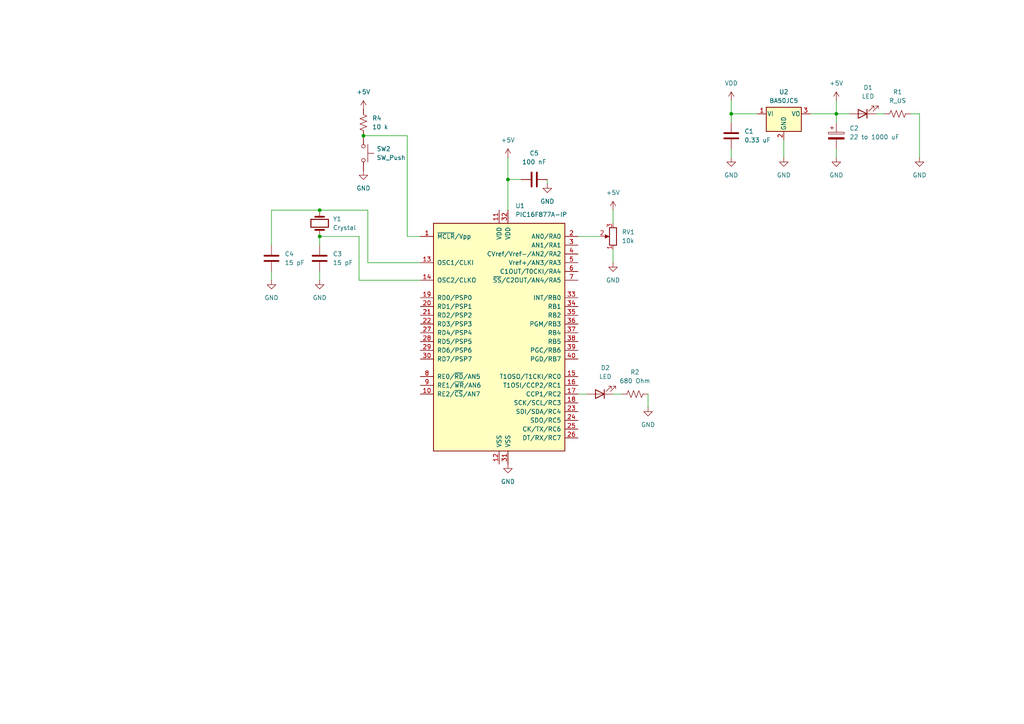
<source format=kicad_sch>
(kicad_sch (version 20250114) (generator "eeschema") (generator_version "9.0")
  (paper "A4")
  (lib_symbols
    (symbol "Device:C" (pin_numbers (hide yes)) (pin_names (offset 0.254))
      (property "Reference" "C" (at 0.635 2.54 0))
      (property "Value" "C" (at 0.635 -2.54 0))
      (symbol "C_0_1"
        (polyline (pts (xy -2.032 0.762) (xy 2.032 0.762)) (stroke (width 0.508)))
        (polyline (pts (xy -2.032 -0.762) (xy 2.032 -0.762)) (stroke (width 0.508)))
      )
      (symbol "C_1_1"
        (pin passive line (at 0 3.81 270) (length 2.794) (name "~") (number "1"))
        (pin passive line (at 0 -3.81 90) (length 2.794) (name "~") (number "2"))
      )
    )
    (symbol "Device:C_Polarized" (pin_numbers (hide yes)) (pin_names (offset 0.254))
      (property "Reference" "C" (at 0.635 2.54 0))
      (property "Value" "C_Polarized" (at 0.635 -2.54 0))
      (symbol "C_Polarized_0_1"
        (rectangle (start -2.286 0.508) (end 2.286 1.016))
        (polyline (pts (xy -1.778 2.286) (xy -0.762 2.286)))
        (polyline (pts (xy -1.27 2.794) (xy -1.27 1.778)))
        (rectangle (start 2.286 -0.508) (end -2.286 -1.016) (fill (type outline)))
      )
      (symbol "C_Polarized_1_1"
        (pin passive line (at 0 3.81 270) (length 2.794) (name "~") (number "1"))
        (pin passive line (at 0 -3.81 90) (length 2.794) (name "~") (number "2"))
      )
    )
    (symbol "Device:Crystal" (pin_numbers (hide yes)) (pin_names (offset 1.016) (hide yes))
      (property "Reference" "Y" (at 0 3.81 0))
      (property "Value" "Crystal" (at 0 -3.81 0))
      (symbol "Crystal_0_1"
        (polyline (pts (xy -2.54 0) (xy -1.905 0)))
        (polyline (pts (xy -1.905 -1.27) (xy -1.905 1.27)) (stroke (width 0.508)))
        (rectangle (start -1.143 2.54) (end 1.143 -2.54) (stroke (width 0.3048)))
        (polyline (pts (xy 1.905 -1.27) (xy 1.905 1.27)) (stroke (width 0.508)))
        (polyline (pts (xy 2.54 0) (xy 1.905 0)))
      )
      (symbol "Crystal_1_1"
        (pin passive line (at -3.81 0 0) (length 1.27) (name "1") (number "1"))
        (pin passive line (at 3.81 0 180) (length 1.27) (name "2") (number "2"))
      )
    )
    (symbol "Device:LED" (pin_numbers (hide yes)) (pin_names (offset 1.016) (hide yes))
      (property "Reference" "D" (at 0 2.54 0))
      (property "Value" "LED" (at 0 -2.54 0))
      (symbol "LED_0_1"
        (polyline (pts (xy -3.048 -0.762) (xy -4.572 -2.286) (xy -3.81 -2.286) (xy -4.572 -2.286) (xy -4.572 -1.524)))
        (polyline (pts (xy -1.778 -0.762) (xy -3.302 -2.286) (xy -2.54 -2.286) (xy -3.302 -2.286) (xy -3.302 -1.524)))
        (polyline (pts (xy -1.27 0) (xy 1.27 0)))
        (polyline (pts (xy -1.27 -1.27) (xy -1.27 1.27)) (stroke (width 0.254)))
        (polyline (pts (xy 1.27 -1.27) (xy 1.27 1.27) (xy -1.27 0) (xy 1.27 -1.27)) (stroke (width 0.254)))
      )
      (symbol "LED_1_1"
        (pin passive line (at -3.81 0 0) (length 2.54) (name "K") (number "1"))
        (pin passive line (at 3.81 0 180) (length 2.54) (name "A") (number "2"))
      )
    )
    (symbol "Device:R_Potentiometer" (pin_names (offset 1.016) (hide yes))
      (property "Reference" "RV" (at -4.445 0 90))
      (property "Value" "R_Potentiometer" (at -2.54 0 90))
      (symbol "R_Potentiometer_0_1"
        (rectangle (start 1.016 2.54) (end -1.016 -2.54) (stroke (width 0.254)))
        (polyline (pts (xy 1.143 0) (xy 2.286 0.508) (xy 2.286 -0.508) (xy 1.143 0)) (fill (type outline)))
        (polyline (pts (xy 2.54 0) (xy 1.524 0)))
      )
      (symbol "R_Potentiometer_1_1"
        (pin passive line (at 0 3.81 270) (length 1.27) (name "1") (number "1"))
        (pin passive line (at 0 -3.81 90) (length 1.27) (name "3") (number "3"))
        (pin passive line (at 3.81 0 180) (length 1.27) (name "2") (number "2"))
      )
    )
    (symbol "Device:R_US" (pin_numbers (hide yes)) (pin_names (offset 0))
      (property "Reference" "R" (at 2.54 0 90))
      (property "Value" "R_US" (at -2.54 0 90))
      (symbol "R_US_0_1"
        (polyline (pts (xy 0 2.286) (xy 0 2.54)))
        (polyline (pts (xy 0 2.286) (xy 1.016 1.905) (xy 0 1.524) (xy -1.016 1.143) (xy 0 0.762)))
        (polyline (pts (xy 0 0.762) (xy 1.016 0.381) (xy 0 0) (xy -1.016 -0.381) (xy 0 -0.762)))
        (polyline (pts (xy 0 -0.762) (xy 1.016 -1.143) (xy 0 -1.524) (xy -1.016 -1.905) (xy 0 -2.286)))
        (polyline (pts (xy 0 -2.286) (xy 0 -2.54)))
      )
      (symbol "R_US_1_1"
        (pin passive line (at 0 3.81 270) (length 1.27) (name "~") (number "1"))
        (pin passive line (at 0 -3.81 90) (length 1.27) (name "~") (number "2"))
      )
    )
    (symbol "MCU_Microchip_PIC16:PIC16F877A-IP" (pin_names (offset 1.016))
      (property "Reference" "U" (at 5.08 35.56 0))
      (property "Value" "PIC16F877A-IP" (at 5.08 33.02 0))
      (symbol "PIC16F877A-IP_0_1"
        (rectangle (start -19.05 31.75) (end 19.05 -34.29) (stroke (width 0.254)) (fill (type background)))
      )
      (symbol "PIC16F877A-IP_1_1"
        (pin input line (at -22.86 27.94 0) (length 3.81) (name "~{MCLR}/Vpp") (number "1"))
        (pin input line (at -22.86 20.32 0) (length 3.81) (name "OSC1/CLKI") (number "13"))
        (pin output line (at -22.86 15.24 0) (length 3.81) (name "OSC2/CLKO") (number "14"))
        (pin bidirectional line (at -22.86 10.16 0) (length 3.81) (name "RD0/PSP0") (number "19"))
        (pin bidirectional line (at -22.86 7.62 0) (length 3.81) (name "RD1/PSP1") (number "20"))
        (pin bidirectional line (at -22.86 5.08 0) (length 3.81) (name "RD2/PSP2") (number "21"))
        (pin bidirectional line (at -22.86 2.54 0) (length 3.81) (name "RD3/PSP3") (number "22"))
        (pin bidirectional line (at -22.86 0 0) (length 3.81) (name "RD4/PSP4") (number "27"))
        (pin bidirectional line (at -22.86 -2.54 0) (length 3.81) (name "RD5/PSP5") (number "28"))
        (pin bidirectional line (at -22.86 -5.08 0) (length 3.81) (name "RD6/PSP6") (number "29"))
        (pin bidirectional line (at -22.86 -7.62 0) (length 3.81) (name "RD7/PSP7") (number "30"))
        (pin bidirectional line (at -22.86 -12.7 0) (length 3.81) (name "RE0/~{RD}/AN5") (number "8"))
        (pin bidirectional line (at -22.86 -15.24 0) (length 3.81) (name "RE1/~{WR}/AN6") (number "9"))
        (pin bidirectional line (at -22.86 -17.78 0) (length 3.81) (name "RE2/~{CS}/AN7") (number "10"))
        (pin power_in line (at 0 35.56 270) (length 3.81) (name "VDD") (number "11"))
        (pin power_in line (at 0 -38.1 90) (length 3.81) (name "VSS") (number "12"))
        (pin power_in line (at 2.54 35.56 270) (length 3.81) (name "VDD") (number "32"))
        (pin power_in line (at 2.54 -38.1 90) (length 3.81) (name "VSS") (number "31"))
        (pin bidirectional line (at 22.86 27.94 180) (length 3.81) (name "AN0/RA0") (number "2"))
        (pin bidirectional line (at 22.86 25.4 180) (length 3.81) (name "AN1/RA1") (number "3"))
        (pin bidirectional line (at 22.86 22.86 180) (length 3.81) (name "CVref/Vref-/AN2/RA2") (number "4"))
        (pin bidirectional line (at 22.86 20.32 180) (length 3.81) (name "Vref+/AN3/RA3") (number "5"))
        (pin bidirectional line (at 22.86 17.78 180) (length 3.81) (name "C1OUT/T0CKI/RA4") (number "6"))
        (pin bidirectional line (at 22.86 15.24 180) (length 3.81) (name "~{SS}/C2OUT/AN4/RA5") (number "7"))
        (pin bidirectional line (at 22.86 10.16 180) (length 3.81) (name "INT/RB0") (number "33"))
        (pin bidirectional line (at 22.86 7.62 180) (length 3.81) (name "RB1") (number "34"))
        (pin bidirectional line (at 22.86 5.08 180) (length 3.81) (name "RB2") (number "35"))
        (pin bidirectional line (at 22.86 2.54 180) (length 3.81) (name "PGM/RB3") (number "36"))
        (pin bidirectional line (at 22.86 0 180) (length 3.81) (name "RB4") (number "37"))
        (pin bidirectional line (at 22.86 -2.54 180) (length 3.81) (name "RB5") (number "38"))
        (pin bidirectional line (at 22.86 -5.08 180) (length 3.81) (name "PGC/RB6") (number "39"))
        (pin bidirectional line (at 22.86 -7.62 180) (length 3.81) (name "PGD/RB7") (number "40"))
        (pin bidirectional line (at 22.86 -12.7 180) (length 3.81) (name "T1OSO/T1CKI/RC0") (number "15"))
        (pin bidirectional line (at 22.86 -15.24 180) (length 3.81) (name "T1OSI/CCP2/RC1") (number "16"))
        (pin bidirectional line (at 22.86 -17.78 180) (length 3.81) (name "CCP1/RC2") (number "17"))
        (pin bidirectional line (at 22.86 -20.32 180) (length 3.81) (name "SCK/SCL/RC3") (number "18"))
        (pin bidirectional line (at 22.86 -22.86 180) (length 3.81) (name "SDI/SDA/RC4") (number "23"))
        (pin bidirectional line (at 22.86 -25.4 180) (length 3.81) (name "SDO/RC5") (number "24"))
        (pin bidirectional line (at 22.86 -27.94 180) (length 3.81) (name "CK/TX/RC6") (number "25"))
        (pin bidirectional line (at 22.86 -30.48 180) (length 3.81) (name "DT/RX/RC7") (number "26"))
      )
    )
    (symbol "Regulator_Linear:LM78M05_TO220" (pin_names (offset 0.254))
      (property "Reference" "U" (at -3.81 3.175 0))
      (property "Value" "LM78M05_TO220" (at 0 3.175 0))
      (symbol "LM78M05_TO220_0_1"
        (rectangle (start -5.08 1.905) (end 5.08 -5.08) (stroke (width 0.254)) (fill (type background)))
      )
      (symbol "LM78M05_TO220_1_1"
        (pin power_in line (at -7.62 0 0) (length 2.54) (name "VI") (number "1"))
        (pin power_in line (at 0 -7.62 90) (length 2.54) (name "GND") (number "2"))
        (pin power_out line (at 7.62 0 180) (length 2.54) (name "VO") (number "3"))
      )
    )
    (symbol "Switch:SW_Push" (pin_numbers (hide yes)) (pin_names (offset 1.016) (hide yes))
      (property "Reference" "SW" (at 1.27 2.54 0))
      (property "Value" "SW_Push" (at 0 -1.524 0))
      (symbol "SW_Push_0_1"
        (circle (center -2.032 0) (radius 0.508))
        (polyline (pts (xy 0 1.27) (xy 0 3.048)))
        (circle (center 2.032 0) (radius 0.508))
        (polyline (pts (xy 2.54 1.27) (xy -2.54 1.27)))
        (pin passive line (at -5.08 0 0) (length 2.54) (name "1") (number "1"))
        (pin passive line (at 5.08 0 180) (length 2.54) (name "2") (number "2"))
      )
    )
    (symbol "power:+5V" (power) (pin_numbers (hide yes)) (pin_names (offset 0) (hide yes))
      (property "Value" "+5V" (at 0 3.556 0))
      (symbol "+5V_0_1"
        (polyline (pts (xy -0.762 1.27) (xy 0 2.54)))
        (polyline (pts (xy 0 2.54) (xy 0.762 1.27)))
        (polyline (pts (xy 0 0) (xy 0 2.54)))
      )
      (symbol "+5V_1_1"
        (pin power_in line (at 0 0 90) (length 0) (name "~") (number "1"))
      )
    )
    (symbol "power:GND" (power) (pin_numbers (hide yes)) (pin_names (offset 0) (hide yes))
      (property "Value" "GND" (at 0 -3.81 0))
      (symbol "GND_0_1"
        (polyline (pts (xy 0 0) (xy 0 -1.27) (xy 1.27 -1.27) (xy 0 -2.54) (xy -1.27 -1.27) (xy 0 -1.27)))
      )
      (symbol "GND_1_1"
        (pin power_in line (at 0 0 270) (length 0) (name "~") (number "1"))
      )
    )
    (symbol "power:VDD" (power) (pin_numbers (hide yes)) (pin_names (offset 0) (hide yes))
      (property "Value" "VDD" (at 0 3.556 0))
      (symbol "VDD_0_1"
        (polyline (pts (xy -0.762 1.27) (xy 0 2.54)))
        (polyline (pts (xy 0 2.54) (xy 0.762 1.27)))
        (polyline (pts (xy 0 0) (xy 0 2.54)))
      )
      (symbol "VDD_1_1"
        (pin power_in line (at 0 0 90) (length 0) (name "~") (number "1"))
      )
    )
  )
  (junction (at 212.09 33.02))
  (junction (at 242.57 33.02))
  (junction (at 105.41 39.37))
  (junction (at 92.71 60.96))
  (junction (at 147.32 52.07))
  (junction (at 92.71 68.58))
  (wire (pts (xy 264.16 33.02) (xy 266.7 33.02)))
  (wire (pts (xy 78.74 60.96) (xy 92.71 60.96)))
  (wire (pts (xy 242.57 29.21) (xy 242.57 33.02)))
  (wire (pts (xy 105.41 39.37) (xy 118.11 39.37)))
  (wire (pts (xy 254 33.02) (xy 256.54 33.02)))
  (wire (pts (xy 177.8 114.3) (xy 180.34 114.3)))
  (wire (pts (xy 104.14 68.58) (xy 92.71 68.58)))
  (wire (pts (xy 118.11 68.58) (xy 118.11 39.37)))
  (wire (pts (xy 106.68 60.96) (xy 106.68 76.2)))
  (wire (pts (xy 147.32 52.07) (xy 151.13 52.07)))
  (wire (pts (xy 242.57 43.18) (xy 242.57 45.72)))
  (wire (pts (xy 92.71 60.96) (xy 106.68 60.96)))
  (wire (pts (xy 121.92 68.58) (xy 118.11 68.58)))
  (wire (pts (xy 177.8 60.96) (xy 177.8 64.77)))
  (wire (pts (xy 212.09 43.18) (xy 212.09 45.72)))
  (wire (pts (xy 187.96 114.3) (xy 187.96 118.11)))
  (wire (pts (xy 167.64 114.3) (xy 170.18 114.3)))
  (wire (pts (xy 78.74 78.74) (xy 78.74 81.28)))
  (wire (pts (xy 78.74 71.12) (xy 78.74 60.96)))
  (wire (pts (xy 104.14 81.28) (xy 121.92 81.28)))
  (wire (pts (xy 177.8 72.39) (xy 177.8 76.2)))
  (wire (pts (xy 104.14 68.58) (xy 104.14 81.28)))
  (wire (pts (xy 227.33 40.64) (xy 227.33 45.72)))
  (wire (pts (xy 92.71 78.74) (xy 92.71 81.28)))
  (wire (pts (xy 106.68 76.2) (xy 121.92 76.2)))
  (wire (pts (xy 147.32 45.72) (xy 147.32 52.07)))
  (wire (pts (xy 242.57 33.02) (xy 242.57 35.56)))
  (wire (pts (xy 212.09 29.21) (xy 212.09 33.02)))
  (wire (pts (xy 212.09 35.56) (xy 212.09 33.02)))
  (wire (pts (xy 158.75 52.07) (xy 158.75 53.34)))
  (wire (pts (xy 92.71 68.58) (xy 92.71 71.12)))
  (wire (pts (xy 147.32 52.07) (xy 147.32 60.96)))
  (wire (pts (xy 234.95 33.02) (xy 242.57 33.02)))
  (wire (pts (xy 212.09 33.02) (xy 219.71 33.02)))
  (wire (pts (xy 266.7 45.72) (xy 266.7 33.02)))
  (wire (pts (xy 242.57 33.02) (xy 246.38 33.02)))
  (wire (pts (xy 167.64 68.58) (xy 173.99 68.58)))
  (symbol (lib_id "power:GND") (at 242.57 45.72 0) (unit 1)
    (property "Reference" "#PWR05" (effects (hide yes)))
    (property "Value" "GND" (at 242.57 50.8 0))
    (property "Description" "Power symbol creates a global label with name \"GND\" , ground" (effects (hide yes)))
  )
  (symbol (lib_id "power:+5V") (at 147.32 45.72 0) (unit 1)
    (property "Reference" "#PWR06" (effects (hide yes)))
    (property "Value" "+5V" (at 147.32 40.64 0))
    (property "Description" "Power symbol creates a global label with name \"+5V\"" (effects (hide yes)))
  )
  (symbol (lib_id "Regulator_Linear:LM78M05_TO220") (at 227.33 33.02 0) (unit 1)
    (property "Reference" "U2" (at 227.33 26.67 0))
    (property "Value" "BA50JC5" (at 227.33 29.21 0))
    (property "Footprint" "Package_TO_SOT_THT:TO-220-3_Vertical" (effects (hide yes)))
    (property "Datasheet" "https://www.onsemi.com/pub/Collateral/MC78M00-D.PDF" (effects (hide yes)))
    (property "Description" "Positive 500mA 35V Linear Regulator, Fixed Output 5V, TO-220" (effects (hide yes)))
  )
  (symbol (lib_id "power:VDD") (at 212.09 29.21 0) (unit 1)
    (property "Reference" "#PWR02" (effects (hide yes)))
    (property "Value" "VDD" (at 212.09 24.13 0))
    (property "Description" "Power symbol creates a global label with name \"VDD\"" (effects (hide yes)))
  )
  (symbol (lib_id "Device:R_US") (at 105.41 35.56 0) (unit 1)
    (property "Reference" "R4" (at 107.95 34.2899 0) (effects (justify left)))
    (property "Value" "10 k" (at 107.95 36.8299 0) (effects (justify left)))
    (property "Description" "Resistor, US symbol" (effects (hide yes)))
  )
  (symbol (lib_id "Device:Crystal") (at 92.71 64.77 90) (unit 1)
    (property "Reference" "Y1" (at 96.52 63.4999 90) (effects (justify right)))
    (property "Value" "Crystal" (at 96.52 66.0399 90) (effects (justify right)))
    (property "Description" "Two pin crystal" (effects (hide yes)))
  )
  (symbol (lib_id "power:+5V") (at 105.41 31.75 0) (unit 1)
    (property "Reference" "#PWR015" (effects (hide yes)))
    (property "Value" "+5V" (at 105.41 26.67 0))
    (property "Description" "Power symbol creates a global label with name \"+5V\"" (effects (hide yes)))
  )
  (symbol (lib_id "Device:R_US") (at 184.15 114.3 90) (unit 1)
    (property "Reference" "R2" (at 184.15 107.95 90))
    (property "Value" "680 Ohm" (at 184.15 110.49 90))
    (property "Description" "Resistor, US symbol" (effects (hide yes)))
  )
  (symbol (lib_id "Device:C") (at 78.74 74.93 0) (unit 1)
    (property "Reference" "C4" (at 82.55 73.6599 0) (effects (justify left)))
    (property "Value" "15 pF" (at 82.55 76.1999 0) (effects (justify left)))
    (property "Description" "Unpolarized capacitor" (effects (hide yes)))
  )
  (symbol (lib_id "Device:R_Potentiometer") (at 177.8 68.58 180) (unit 1)
    (property "Reference" "RV1" (at 180.34 67.3099 0) (effects (justify right)))
    (property "Value" "10k" (at 180.34 69.8499 0) (effects (justify right)))
    (property "Description" "Potentiometer" (effects (hide yes)))
  )
  (symbol (lib_id "power:+5V") (at 177.8 60.96 0) (unit 1)
    (property "Reference" "#PWR012" (effects (hide yes)))
    (property "Value" "+5V" (at 177.8 55.88 0))
    (property "Description" "Power symbol creates a global label with name \"+5V\"" (effects (hide yes)))
  )
  (symbol (lib_id "power:GND") (at 212.09 45.72 0) (unit 1)
    (property "Reference" "#PWR01" (effects (hide yes)))
    (property "Value" "GND" (at 212.09 50.8 0))
    (property "Description" "Power symbol creates a global label with name \"GND\" , ground" (effects (hide yes)))
  )
  (symbol (lib_id "Device:C") (at 92.71 74.93 0) (unit 1)
    (property "Reference" "C3" (at 96.52 73.6599 0) (effects (justify left)))
    (property "Value" "15 pF" (at 96.52 76.1999 0) (effects (justify left)))
    (property "Description" "Unpolarized capacitor" (effects (hide yes)))
  )
  (symbol (lib_id "power:+5V") (at 242.57 29.21 0) (unit 1)
    (property "Reference" "#PWR04" (effects (hide yes)))
    (property "Value" "+5V" (at 242.57 24.13 0))
    (property "Description" "Power symbol creates a global label with name \"+5V\"" (effects (hide yes)))
  )
  (symbol (lib_id "MCU_Microchip_PIC16:PIC16F877A-IP") (at 144.78 96.52 0) (unit 1)
    (property "Reference" "U1" (at 149.4633 59.69 0) (effects (justify left)))
    (property "Value" "PIC16F877A-IP" (at 149.4633 62.23 0) (effects (justify left)))
    (property "Footprint" "Package_DIP:DIP-40_W15.24mm" (effects (hide yes)))
    (property "Datasheet" "http://ww1.microchip.com/downloads/en/DeviceDoc/39582b.pdf" (effects (hide yes)))
    (property "Description" "8W Flash, 386B SRAM, 256B EEPROM, DIP40" (effects (hide yes)))
  )
  (symbol (lib_id "Switch:SW_Push") (at 105.41 44.45 270) (unit 1)
    (property "Reference" "SW2" (at 109.22 43.1799 90) (effects (justify left)))
    (property "Value" "SW_Push" (at 109.22 45.7199 90) (effects (justify left)))
    (property "Description" "Push button switch, generic, two pins" (effects (hide yes)))
  )
  (symbol (lib_id "power:GND") (at 105.41 49.53 0) (unit 1)
    (property "Reference" "#PWR016" (effects (hide yes)))
    (property "Value" "GND" (at 105.41 54.61 0))
    (property "Description" "Power symbol creates a global label with name \"GND\" , ground" (effects (hide yes)))
  )
  (symbol (lib_id "power:GND") (at 266.7 45.72 0) (unit 1)
    (property "Reference" "#PWR08" (effects (hide yes)))
    (property "Value" "GND" (at 266.7 50.8 0))
    (property "Description" "Power symbol creates a global label with name \"GND\" , ground" (effects (hide yes)))
  )
  (symbol (lib_id "power:GND") (at 78.74 81.28 0) (unit 1)
    (property "Reference" "#PWR09" (effects (hide yes)))
    (property "Value" "GND" (at 78.74 86.36 0))
    (property "Description" "Power symbol creates a global label with name \"GND\" , ground" (effects (hide yes)))
  )
  (symbol (lib_id "power:GND") (at 158.75 53.34 0) (unit 1)
    (property "Reference" "#PWR014" (effects (hide yes)))
    (property "Value" "GND" (at 158.75 58.42 0))
    (property "Description" "Power symbol creates a global label with name \"GND\" , ground" (effects (hide yes)))
  )
  (symbol (lib_id "power:GND") (at 187.96 118.11 0) (unit 1)
    (property "Reference" "#PWR011" (effects (hide yes)))
    (property "Value" "GND" (at 187.96 123.19 0))
    (property "Description" "Power symbol creates a global label with name \"GND\" , ground" (effects (hide yes)))
  )
  (symbol (lib_id "Device:C_Polarized") (at 242.57 39.37 0) (unit 1)
    (property "Reference" "C2" (at 246.38 37.2109 0) (effects (justify left)))
    (property "Value" "22 to 1000 uF" (at 246.38 39.7509 0) (effects (justify left)))
    (property "Description" "Polarized capacitor" (effects (hide yes)))
  )
  (symbol (lib_id "power:GND") (at 227.33 45.72 0) (unit 1)
    (property "Reference" "#PWR03" (effects (hide yes)))
    (property "Value" "GND" (at 227.33 50.8 0))
    (property "Description" "Power symbol creates a global label with name \"GND\" , ground" (effects (hide yes)))
  )
  (symbol (lib_id "Device:LED") (at 173.99 114.3 180) (unit 1)
    (property "Reference" "D2" (at 175.5775 106.68 0))
    (property "Value" "LED" (at 175.5775 109.22 0))
    (property "Description" "Light emitting diode" (effects (hide yes)))
    (property "Sim.Pins" "1=K 2=A" (effects (hide yes)))
  )
  (symbol (lib_id "Device:R_US") (at 260.35 33.02 90) (unit 1)
    (property "Reference" "R1" (at 260.35 26.67 90))
    (property "Value" "R_US" (at 260.35 29.21 90))
    (property "Description" "Resistor, US symbol" (effects (hide yes)))
  )
  (symbol (lib_id "power:GND") (at 177.8 76.2 0) (unit 1)
    (property "Reference" "#PWR013" (effects (hide yes)))
    (property "Value" "GND" (at 177.8 81.28 0))
    (property "Description" "Power symbol creates a global label with name \"GND\" , ground" (effects (hide yes)))
  )
  (symbol (lib_id "Device:C") (at 154.94 52.07 90) (unit 1)
    (property "Reference" "C5" (at 154.94 44.45 90))
    (property "Value" "100 nF" (at 154.94 46.99 90))
    (property "Description" "Unpolarized capacitor" (effects (hide yes)))
  )
  (symbol (lib_id "Device:C") (at 212.09 39.37 0) (unit 1)
    (property "Reference" "C1" (at 215.9 38.0999 0) (effects (justify left)))
    (property "Value" "0.33 uF" (at 215.9 40.6399 0) (effects (justify left)))
    (property "Description" "Unpolarized capacitor" (effects (hide yes)))
  )
  (symbol (lib_id "Device:LED") (at 250.19 33.02 180) (unit 1)
    (property "Reference" "D1" (at 251.7775 25.4 0))
    (property "Value" "LED" (at 251.7775 27.94 0))
    (property "Description" "Light emitting diode" (effects (hide yes)))
    (property "Sim.Pins" "1=K 2=A" (effects (hide yes)))
  )
  (symbol (lib_id "power:GND") (at 92.71 81.28 0) (unit 1)
    (property "Reference" "#PWR010" (effects (hide yes)))
    (property "Value" "GND" (at 92.71 86.36 0))
    (property "Description" "Power symbol creates a global label with name \"GND\" , ground" (effects (hide yes)))
  )
  (symbol (lib_id "power:GND") (at 147.32 134.62 0) (unit 1)
    (property "Reference" "#PWR07" (effects (hide yes)))
    (property "Value" "GND" (at 147.32 139.7 0))
    (property "Description" "Power symbol creates a global label with name \"GND\" , ground" (effects (hide yes)))
  )
)
</source>
